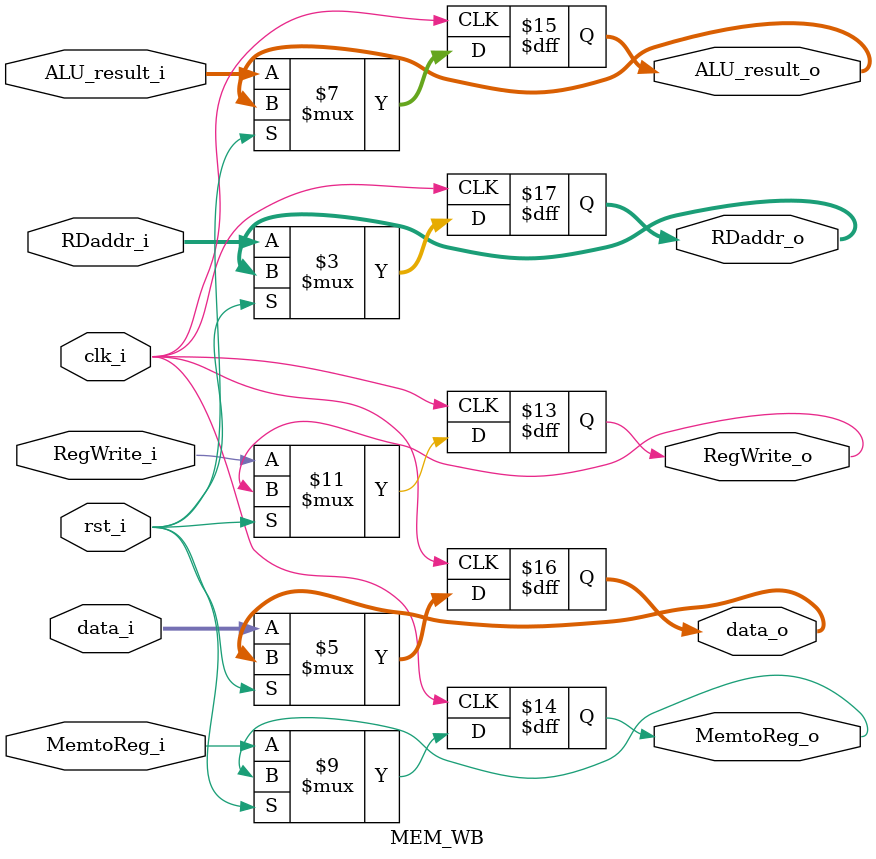
<source format=v>
module MEM_WB
(
    clk_i,
    rst_i,
    RegWrite_i,
    MemtoReg_i,
    ALU_result_i,
    data_i,
    RDaddr_i, 
    RegWrite_o,
    MemtoReg_o,
    ALU_result_o,
    data_o,
    RDaddr_o, 
);

input   clk_i;
input   rst_i;
input   RegWrite_i;
input   MemtoReg_i;
input   [31:0]  ALU_result_i;
input   [31:0]  data_i;
input   [4:0]   RDaddr_i;
output reg  RegWrite_o;
output reg  MemtoReg_o;
output reg [31:0]  ALU_result_o;
output reg [31:0]  data_o;
output reg [4:0]   RDaddr_o;

always@(posedge clk_i) begin
    if(!rst_i)begin
        RegWrite_o <= RegWrite_i;
        MemtoReg_o <= MemtoReg_i;
        ALU_result_o <= ALU_result_i;
        data_o <= data_i;
        RDaddr_o <= RDaddr_i;
    end
end



endmodule

</source>
